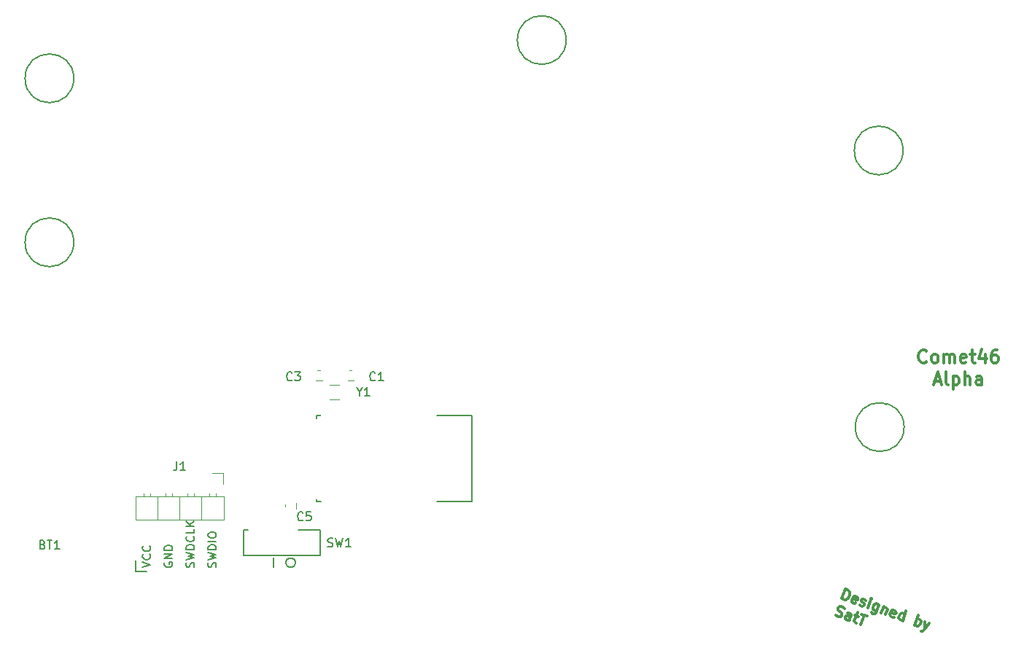
<source format=gto>
G04 #@! TF.FileFunction,Legend,Top*
%FSLAX46Y46*%
G04 Gerber Fmt 4.6, Leading zero omitted, Abs format (unit mm)*
G04 Created by KiCad (PCBNEW 4.0.7) date 06/20/18 00:03:06*
%MOMM*%
%LPD*%
G01*
G04 APERTURE LIST*
%ADD10C,0.100000*%
%ADD11C,0.300000*%
%ADD12C,0.200000*%
%ADD13C,0.120000*%
%ADD14C,0.150000*%
%ADD15R,1.150000X1.600000*%
%ADD16C,2.300000*%
%ADD17C,1.600000*%
%ADD18C,3.000000*%
%ADD19C,2.400000*%
%ADD20C,4.387800*%
%ADD21C,2.101800*%
%ADD22R,1.600000X1.150000*%
%ADD23R,1.400000X2.200000*%
%ADD24O,15.400000X8.900000*%
%ADD25C,2.400000*%
%ADD26C,2.100000*%
%ADD27O,2.100000X2.100000*%
%ADD28R,2.100000X2.100000*%
%ADD29O,1.950000X1.050000*%
%ADD30C,5.400000*%
%ADD31R,1.800000X0.800000*%
%ADD32R,0.800000X1.800000*%
%ADD33C,1.300000*%
%ADD34C,0.900000*%
G04 APERTURE END LIST*
D10*
D11*
X178749936Y-131701162D02*
X179160360Y-130573531D01*
X179428845Y-130671251D01*
X179570390Y-130783579D01*
X179638696Y-130930061D01*
X179653305Y-131056998D01*
X179628826Y-131291330D01*
X179570194Y-131452419D01*
X179438321Y-131647663D01*
X179345536Y-131735512D01*
X179199054Y-131803817D01*
X179018421Y-131798882D01*
X178749936Y-131701162D01*
X180326685Y-132214241D02*
X180199748Y-132228850D01*
X179984961Y-132150674D01*
X179897112Y-132057889D01*
X179882502Y-131930952D01*
X180038855Y-131501378D01*
X180131640Y-131413529D01*
X180258577Y-131398920D01*
X180473364Y-131477096D01*
X180561213Y-131569881D01*
X180575822Y-131696818D01*
X180536734Y-131804211D01*
X179960679Y-131716165D01*
X180809955Y-132390137D02*
X180897805Y-132482922D01*
X181112592Y-132561098D01*
X181239529Y-132546489D01*
X181332314Y-132458640D01*
X181351858Y-132404943D01*
X181337249Y-132278006D01*
X181249400Y-132185221D01*
X181088310Y-132126589D01*
X181000460Y-132033804D01*
X180985851Y-131906867D01*
X181005395Y-131853170D01*
X181098180Y-131765321D01*
X181225118Y-131750712D01*
X181386208Y-131809344D01*
X181474057Y-131902129D01*
X181756953Y-132795626D02*
X182030569Y-132043872D01*
X182167377Y-131667995D02*
X182094136Y-131702148D01*
X182128289Y-131775389D01*
X182201530Y-131741236D01*
X182167377Y-131667995D01*
X182128289Y-131775389D01*
X183050807Y-132415208D02*
X182718559Y-133328053D01*
X182625774Y-133415902D01*
X182552533Y-133450055D01*
X182425597Y-133464664D01*
X182264506Y-133406032D01*
X182176656Y-133313247D01*
X182796735Y-133113266D02*
X182669797Y-133127874D01*
X182455011Y-133049699D01*
X182367161Y-132956914D01*
X182333008Y-132883673D01*
X182318399Y-132756736D01*
X182435663Y-132434556D01*
X182528448Y-132346706D01*
X182601689Y-132312553D01*
X182728627Y-132297944D01*
X182943413Y-132376120D01*
X183031263Y-132468905D01*
X183587774Y-132610648D02*
X183314158Y-133362402D01*
X183548686Y-132718042D02*
X183621927Y-132683889D01*
X183748864Y-132669280D01*
X183909954Y-132727912D01*
X183997804Y-132820697D01*
X184012412Y-132947635D01*
X183797429Y-133538299D01*
X184783513Y-133836394D02*
X184656575Y-133851002D01*
X184441789Y-133772827D01*
X184353939Y-133680042D01*
X184339330Y-133553105D01*
X184495682Y-133123531D01*
X184588467Y-133035681D01*
X184715405Y-133021072D01*
X184930191Y-133099248D01*
X185018041Y-133192033D01*
X185032650Y-133318971D01*
X184993562Y-133426364D01*
X184417506Y-133338317D01*
X185784207Y-134261427D02*
X186194631Y-133133795D01*
X185803751Y-134207730D02*
X185676813Y-134222339D01*
X185462026Y-134144163D01*
X185374177Y-134051378D01*
X185340024Y-133978137D01*
X185325415Y-133851200D01*
X185442679Y-133529020D01*
X185535464Y-133441170D01*
X185608705Y-133407017D01*
X185735642Y-133392409D01*
X185950429Y-133470584D01*
X186038279Y-133563369D01*
X187180321Y-134769571D02*
X187590745Y-133641940D01*
X187434393Y-134071514D02*
X187561331Y-134056905D01*
X187776117Y-134135081D01*
X187863967Y-134227866D01*
X187898120Y-134301107D01*
X187912728Y-134428044D01*
X187795464Y-134750224D01*
X187702680Y-134838073D01*
X187629439Y-134872226D01*
X187502501Y-134886835D01*
X187287715Y-134808659D01*
X187199865Y-134715874D01*
X188366782Y-134350065D02*
X188361649Y-135199539D01*
X188903748Y-134545505D02*
X188361649Y-135199539D01*
X188156535Y-135428934D01*
X188083294Y-135463087D01*
X187956358Y-135477696D01*
X177997542Y-133601276D02*
X178139088Y-133713605D01*
X178407571Y-133811325D01*
X178534509Y-133796716D01*
X178607750Y-133762563D01*
X178700535Y-133674714D01*
X178739623Y-133567321D01*
X178725014Y-133440383D01*
X178690861Y-133367142D01*
X178603011Y-133274358D01*
X178407769Y-133142485D01*
X178319919Y-133049700D01*
X178285766Y-132976459D01*
X178271158Y-132849522D01*
X178310245Y-132742129D01*
X178403030Y-132654279D01*
X178476271Y-132620126D01*
X178603209Y-132605518D01*
X178871692Y-132703238D01*
X179013239Y-132815567D01*
X179588899Y-134241293D02*
X179803883Y-133650629D01*
X179789275Y-133523692D01*
X179701425Y-133430907D01*
X179486638Y-133352731D01*
X179359701Y-133367340D01*
X179608443Y-134187596D02*
X179481506Y-134202205D01*
X179213022Y-134104485D01*
X179125173Y-134011700D01*
X179110564Y-133884763D01*
X179149652Y-133777369D01*
X179242437Y-133689520D01*
X179369374Y-133674911D01*
X179637858Y-133772631D01*
X179764796Y-133758022D01*
X180238393Y-133626347D02*
X180667966Y-133782699D01*
X180536290Y-133309102D02*
X180184498Y-134275643D01*
X180199107Y-134402580D01*
X180286957Y-134495365D01*
X180394350Y-134534453D01*
X181019561Y-133484998D02*
X181663921Y-133719526D01*
X180931317Y-134729893D02*
X181341741Y-133602262D01*
D12*
X114610667Y-126966667D02*
X114877334Y-126966667D01*
X115144001Y-127100000D01*
X115277334Y-127366667D01*
X115277334Y-127633333D01*
X115144001Y-127900000D01*
X114877334Y-128033333D01*
X114610667Y-128033333D01*
X114344001Y-127900000D01*
X114210667Y-127633333D01*
X114210667Y-127366667D01*
X114344001Y-127100000D01*
X114610667Y-126966667D01*
X112744001Y-128028571D02*
X112744001Y-126885714D01*
D11*
X188563715Y-104162714D02*
X188492286Y-104234143D01*
X188278000Y-104305571D01*
X188135143Y-104305571D01*
X187920858Y-104234143D01*
X187778000Y-104091286D01*
X187706572Y-103948429D01*
X187635143Y-103662714D01*
X187635143Y-103448429D01*
X187706572Y-103162714D01*
X187778000Y-103019857D01*
X187920858Y-102877000D01*
X188135143Y-102805571D01*
X188278000Y-102805571D01*
X188492286Y-102877000D01*
X188563715Y-102948429D01*
X189420858Y-104305571D02*
X189278000Y-104234143D01*
X189206572Y-104162714D01*
X189135143Y-104019857D01*
X189135143Y-103591286D01*
X189206572Y-103448429D01*
X189278000Y-103377000D01*
X189420858Y-103305571D01*
X189635143Y-103305571D01*
X189778000Y-103377000D01*
X189849429Y-103448429D01*
X189920858Y-103591286D01*
X189920858Y-104019857D01*
X189849429Y-104162714D01*
X189778000Y-104234143D01*
X189635143Y-104305571D01*
X189420858Y-104305571D01*
X190563715Y-104305571D02*
X190563715Y-103305571D01*
X190563715Y-103448429D02*
X190635143Y-103377000D01*
X190778001Y-103305571D01*
X190992286Y-103305571D01*
X191135143Y-103377000D01*
X191206572Y-103519857D01*
X191206572Y-104305571D01*
X191206572Y-103519857D02*
X191278001Y-103377000D01*
X191420858Y-103305571D01*
X191635143Y-103305571D01*
X191778001Y-103377000D01*
X191849429Y-103519857D01*
X191849429Y-104305571D01*
X193135143Y-104234143D02*
X192992286Y-104305571D01*
X192706572Y-104305571D01*
X192563715Y-104234143D01*
X192492286Y-104091286D01*
X192492286Y-103519857D01*
X192563715Y-103377000D01*
X192706572Y-103305571D01*
X192992286Y-103305571D01*
X193135143Y-103377000D01*
X193206572Y-103519857D01*
X193206572Y-103662714D01*
X192492286Y-103805571D01*
X193635143Y-103305571D02*
X194206572Y-103305571D01*
X193849429Y-102805571D02*
X193849429Y-104091286D01*
X193920857Y-104234143D01*
X194063715Y-104305571D01*
X194206572Y-104305571D01*
X195349429Y-103305571D02*
X195349429Y-104305571D01*
X194992286Y-102734143D02*
X194635143Y-103805571D01*
X195563715Y-103805571D01*
X196778000Y-102805571D02*
X196492286Y-102805571D01*
X196349429Y-102877000D01*
X196278000Y-102948429D01*
X196135143Y-103162714D01*
X196063714Y-103448429D01*
X196063714Y-104019857D01*
X196135143Y-104162714D01*
X196206571Y-104234143D01*
X196349429Y-104305571D01*
X196635143Y-104305571D01*
X196778000Y-104234143D01*
X196849429Y-104162714D01*
X196920857Y-104019857D01*
X196920857Y-103662714D01*
X196849429Y-103519857D01*
X196778000Y-103448429D01*
X196635143Y-103377000D01*
X196349429Y-103377000D01*
X196206571Y-103448429D01*
X196135143Y-103519857D01*
X196063714Y-103662714D01*
X189492286Y-106427000D02*
X190206572Y-106427000D01*
X189349429Y-106855571D02*
X189849429Y-105355571D01*
X190349429Y-106855571D01*
X191063715Y-106855571D02*
X190920857Y-106784143D01*
X190849429Y-106641286D01*
X190849429Y-105355571D01*
X191635143Y-105855571D02*
X191635143Y-107355571D01*
X191635143Y-105927000D02*
X191778000Y-105855571D01*
X192063714Y-105855571D01*
X192206571Y-105927000D01*
X192278000Y-105998429D01*
X192349429Y-106141286D01*
X192349429Y-106569857D01*
X192278000Y-106712714D01*
X192206571Y-106784143D01*
X192063714Y-106855571D01*
X191778000Y-106855571D01*
X191635143Y-106784143D01*
X192992286Y-106855571D02*
X192992286Y-105355571D01*
X193635143Y-106855571D02*
X193635143Y-106069857D01*
X193563714Y-105927000D01*
X193420857Y-105855571D01*
X193206572Y-105855571D01*
X193063714Y-105927000D01*
X192992286Y-105998429D01*
X194992286Y-106855571D02*
X194992286Y-106069857D01*
X194920857Y-105927000D01*
X194778000Y-105855571D01*
X194492286Y-105855571D01*
X194349429Y-105927000D01*
X194992286Y-106784143D02*
X194849429Y-106855571D01*
X194492286Y-106855571D01*
X194349429Y-106784143D01*
X194278000Y-106641286D01*
X194278000Y-106498429D01*
X194349429Y-106355571D01*
X194492286Y-106284143D01*
X194849429Y-106284143D01*
X194992286Y-106212714D01*
D13*
X115344000Y-120554000D02*
X115344000Y-121254000D01*
X114144000Y-121254000D02*
X114144000Y-120554000D01*
X121379500Y-105191000D02*
X122079500Y-105191000D01*
X122079500Y-106391000D02*
X121379500Y-106391000D01*
X118396500Y-106391000D02*
X117696500Y-106391000D01*
X117696500Y-105191000D02*
X118396500Y-105191000D01*
X119213000Y-108571000D02*
X120563000Y-108571000D01*
X119213000Y-106821000D02*
X120563000Y-106821000D01*
D14*
X96774000Y-127279400D02*
X96774000Y-128549400D01*
X96774000Y-128549400D02*
X98044000Y-128549400D01*
D13*
X106994000Y-119829400D02*
X96714000Y-119829400D01*
X96714000Y-119829400D02*
X96714000Y-122489400D01*
X96714000Y-122489400D02*
X106994000Y-122489400D01*
X106994000Y-122489400D02*
X106994000Y-119829400D01*
X106044000Y-119499400D02*
X106044000Y-119829400D01*
X105284000Y-119499400D02*
X105284000Y-119829400D01*
X104394000Y-119829400D02*
X104394000Y-122489400D01*
X103504000Y-119432329D02*
X103504000Y-119829400D01*
X102744000Y-119432329D02*
X102744000Y-119829400D01*
X101854000Y-119829400D02*
X101854000Y-122489400D01*
X100964000Y-119432329D02*
X100964000Y-119829400D01*
X100204000Y-119432329D02*
X100204000Y-119829400D01*
X99314000Y-119829400D02*
X99314000Y-122489400D01*
X98424000Y-119432329D02*
X98424000Y-119829400D01*
X97664000Y-119432329D02*
X97664000Y-119829400D01*
X105664000Y-117119400D02*
X106934000Y-117119400D01*
X106934000Y-117119400D02*
X106934000Y-118389400D01*
D14*
X89569427Y-71247000D02*
G75*
G03X89569427Y-71247000I-2828427J0D01*
G01*
X89569427Y-90297000D02*
G75*
G03X89569427Y-90297000I-2828427J0D01*
G01*
X146719427Y-66802000D02*
G75*
G03X146719427Y-66802000I-2828427J0D01*
G01*
X185835427Y-79629000D02*
G75*
G03X185835427Y-79629000I-2828427J0D01*
G01*
X185962427Y-111760000D02*
G75*
G03X185962427Y-111760000I-2828427J0D01*
G01*
X109319000Y-123700000D02*
X109819000Y-123700000D01*
X109319000Y-126700000D02*
X118169000Y-126700000D01*
X118169000Y-126700000D02*
X118169000Y-123700000D01*
X109319000Y-126700000D02*
X109319000Y-123700000D01*
X115669000Y-123700000D02*
X118169000Y-123700000D01*
X117746000Y-120143000D02*
X117746000Y-120443000D01*
X118246000Y-110443000D02*
X117746000Y-110443000D01*
X117746000Y-120443000D02*
X118246000Y-120443000D01*
X135746000Y-110443000D02*
X131746000Y-110443000D01*
X117746000Y-110443000D02*
X117746000Y-110743000D01*
X131746000Y-120443000D02*
X135746000Y-120443000D01*
X135746000Y-120443000D02*
X135746000Y-110443000D01*
X116165334Y-122531143D02*
X116117715Y-122578762D01*
X115974858Y-122626381D01*
X115879620Y-122626381D01*
X115736762Y-122578762D01*
X115641524Y-122483524D01*
X115593905Y-122388286D01*
X115546286Y-122197810D01*
X115546286Y-122054952D01*
X115593905Y-121864476D01*
X115641524Y-121769238D01*
X115736762Y-121674000D01*
X115879620Y-121626381D01*
X115974858Y-121626381D01*
X116117715Y-121674000D01*
X116165334Y-121721619D01*
X117070096Y-121626381D02*
X116593905Y-121626381D01*
X116546286Y-122102571D01*
X116593905Y-122054952D01*
X116689143Y-122007333D01*
X116927239Y-122007333D01*
X117022477Y-122054952D01*
X117070096Y-122102571D01*
X117117715Y-122197810D01*
X117117715Y-122435905D01*
X117070096Y-122531143D01*
X117022477Y-122578762D01*
X116927239Y-122626381D01*
X116689143Y-122626381D01*
X116593905Y-122578762D01*
X116546286Y-122531143D01*
X124547334Y-106275143D02*
X124499715Y-106322762D01*
X124356858Y-106370381D01*
X124261620Y-106370381D01*
X124118762Y-106322762D01*
X124023524Y-106227524D01*
X123975905Y-106132286D01*
X123928286Y-105941810D01*
X123928286Y-105798952D01*
X123975905Y-105608476D01*
X124023524Y-105513238D01*
X124118762Y-105418000D01*
X124261620Y-105370381D01*
X124356858Y-105370381D01*
X124499715Y-105418000D01*
X124547334Y-105465619D01*
X125499715Y-106370381D02*
X124928286Y-106370381D01*
X125214000Y-106370381D02*
X125214000Y-105370381D01*
X125118762Y-105513238D01*
X125023524Y-105608476D01*
X124928286Y-105656095D01*
X114895334Y-106275143D02*
X114847715Y-106322762D01*
X114704858Y-106370381D01*
X114609620Y-106370381D01*
X114466762Y-106322762D01*
X114371524Y-106227524D01*
X114323905Y-106132286D01*
X114276286Y-105941810D01*
X114276286Y-105798952D01*
X114323905Y-105608476D01*
X114371524Y-105513238D01*
X114466762Y-105418000D01*
X114609620Y-105370381D01*
X114704858Y-105370381D01*
X114847715Y-105418000D01*
X114895334Y-105465619D01*
X115228667Y-105370381D02*
X115847715Y-105370381D01*
X115514381Y-105751333D01*
X115657239Y-105751333D01*
X115752477Y-105798952D01*
X115800096Y-105846571D01*
X115847715Y-105941810D01*
X115847715Y-106179905D01*
X115800096Y-106275143D01*
X115752477Y-106322762D01*
X115657239Y-106370381D01*
X115371524Y-106370381D01*
X115276286Y-106322762D01*
X115228667Y-106275143D01*
X122713809Y-107672190D02*
X122713809Y-108148381D01*
X122380476Y-107148381D02*
X122713809Y-107672190D01*
X123047143Y-107148381D01*
X123904286Y-108148381D02*
X123332857Y-108148381D01*
X123618571Y-108148381D02*
X123618571Y-107148381D01*
X123523333Y-107291238D01*
X123428095Y-107386476D01*
X123332857Y-107434095D01*
X85955286Y-125404571D02*
X86098143Y-125452190D01*
X86145762Y-125499810D01*
X86193381Y-125595048D01*
X86193381Y-125737905D01*
X86145762Y-125833143D01*
X86098143Y-125880762D01*
X86002905Y-125928381D01*
X85621952Y-125928381D01*
X85621952Y-124928381D01*
X85955286Y-124928381D01*
X86050524Y-124976000D01*
X86098143Y-125023619D01*
X86145762Y-125118857D01*
X86145762Y-125214095D01*
X86098143Y-125309333D01*
X86050524Y-125356952D01*
X85955286Y-125404571D01*
X85621952Y-125404571D01*
X86479095Y-124928381D02*
X87050524Y-124928381D01*
X86764809Y-125928381D02*
X86764809Y-124928381D01*
X87907667Y-125928381D02*
X87336238Y-125928381D01*
X87621952Y-125928381D02*
X87621952Y-124928381D01*
X87526714Y-125071238D01*
X87431476Y-125166476D01*
X87336238Y-125214095D01*
X101520667Y-115784381D02*
X101520667Y-116498667D01*
X101473047Y-116641524D01*
X101377809Y-116736762D01*
X101234952Y-116784381D01*
X101139714Y-116784381D01*
X102520667Y-116784381D02*
X101949238Y-116784381D01*
X102234952Y-116784381D02*
X102234952Y-115784381D01*
X102139714Y-115927238D01*
X102044476Y-116022476D01*
X101949238Y-116070095D01*
X103514676Y-128040190D02*
X103560638Y-127902305D01*
X103560638Y-127672495D01*
X103514676Y-127580571D01*
X103468714Y-127534609D01*
X103376790Y-127488648D01*
X103284867Y-127488648D01*
X103192943Y-127534609D01*
X103146981Y-127580571D01*
X103101019Y-127672495D01*
X103055057Y-127856343D01*
X103009095Y-127948267D01*
X102963133Y-127994228D01*
X102871210Y-128040190D01*
X102779286Y-128040190D01*
X102687362Y-127994228D01*
X102641400Y-127948267D01*
X102595438Y-127856343D01*
X102595438Y-127626533D01*
X102641400Y-127488648D01*
X102595438Y-127166914D02*
X103560638Y-126937105D01*
X102871210Y-126753257D01*
X103560638Y-126569410D01*
X102595438Y-126339600D01*
X103560638Y-125971904D02*
X102595438Y-125971904D01*
X102595438Y-125742095D01*
X102641400Y-125604209D01*
X102733324Y-125512285D01*
X102825248Y-125466324D01*
X103009095Y-125420362D01*
X103146981Y-125420362D01*
X103330829Y-125466324D01*
X103422752Y-125512285D01*
X103514676Y-125604209D01*
X103560638Y-125742095D01*
X103560638Y-125971904D01*
X103468714Y-124455162D02*
X103514676Y-124501124D01*
X103560638Y-124639009D01*
X103560638Y-124730933D01*
X103514676Y-124868819D01*
X103422752Y-124960743D01*
X103330829Y-125006704D01*
X103146981Y-125052666D01*
X103009095Y-125052666D01*
X102825248Y-125006704D01*
X102733324Y-124960743D01*
X102641400Y-124868819D01*
X102595438Y-124730933D01*
X102595438Y-124639009D01*
X102641400Y-124501124D01*
X102687362Y-124455162D01*
X103560638Y-123581885D02*
X103560638Y-124041504D01*
X102595438Y-124041504D01*
X103560638Y-123260152D02*
X102595438Y-123260152D01*
X103560638Y-122708610D02*
X103009095Y-123122267D01*
X102595438Y-122708610D02*
X103146981Y-123260152D01*
X106054676Y-128054704D02*
X106100638Y-127916819D01*
X106100638Y-127687009D01*
X106054676Y-127595085D01*
X106008714Y-127549123D01*
X105916790Y-127503162D01*
X105824867Y-127503162D01*
X105732943Y-127549123D01*
X105686981Y-127595085D01*
X105641019Y-127687009D01*
X105595057Y-127870857D01*
X105549095Y-127962781D01*
X105503133Y-128008742D01*
X105411210Y-128054704D01*
X105319286Y-128054704D01*
X105227362Y-128008742D01*
X105181400Y-127962781D01*
X105135438Y-127870857D01*
X105135438Y-127641047D01*
X105181400Y-127503162D01*
X105135438Y-127181428D02*
X106100638Y-126951619D01*
X105411210Y-126767771D01*
X106100638Y-126583924D01*
X105135438Y-126354114D01*
X106100638Y-125986418D02*
X105135438Y-125986418D01*
X105135438Y-125756609D01*
X105181400Y-125618723D01*
X105273324Y-125526799D01*
X105365248Y-125480838D01*
X105549095Y-125434876D01*
X105686981Y-125434876D01*
X105870829Y-125480838D01*
X105962752Y-125526799D01*
X106054676Y-125618723D01*
X106100638Y-125756609D01*
X106100638Y-125986418D01*
X106100638Y-125021218D02*
X105135438Y-125021218D01*
X105135438Y-124377752D02*
X105135438Y-124193904D01*
X105181400Y-124101980D01*
X105273324Y-124010057D01*
X105457171Y-123964095D01*
X105778905Y-123964095D01*
X105962752Y-124010057D01*
X106054676Y-124101980D01*
X106100638Y-124193904D01*
X106100638Y-124377752D01*
X106054676Y-124469676D01*
X105962752Y-124561599D01*
X105778905Y-124607561D01*
X105457171Y-124607561D01*
X105273324Y-124561599D01*
X105181400Y-124469676D01*
X105135438Y-124377752D01*
X100101400Y-127506791D02*
X100055438Y-127598714D01*
X100055438Y-127736600D01*
X100101400Y-127874486D01*
X100193324Y-127966410D01*
X100285248Y-128012371D01*
X100469095Y-128058333D01*
X100606981Y-128058333D01*
X100790829Y-128012371D01*
X100882752Y-127966410D01*
X100974676Y-127874486D01*
X101020638Y-127736600D01*
X101020638Y-127644676D01*
X100974676Y-127506791D01*
X100928714Y-127460829D01*
X100606981Y-127460829D01*
X100606981Y-127644676D01*
X101020638Y-127047171D02*
X100055438Y-127047171D01*
X101020638Y-126495629D01*
X100055438Y-126495629D01*
X101020638Y-126036009D02*
X100055438Y-126036009D01*
X100055438Y-125806200D01*
X100101400Y-125668314D01*
X100193324Y-125576390D01*
X100285248Y-125530429D01*
X100469095Y-125484467D01*
X100606981Y-125484467D01*
X100790829Y-125530429D01*
X100882752Y-125576390D01*
X100974676Y-125668314D01*
X101020638Y-125806200D01*
X101020638Y-126036009D01*
X97515438Y-128058333D02*
X98480638Y-127736600D01*
X97515438Y-127414867D01*
X98388714Y-126541591D02*
X98434676Y-126587553D01*
X98480638Y-126725438D01*
X98480638Y-126817362D01*
X98434676Y-126955248D01*
X98342752Y-127047172D01*
X98250829Y-127093133D01*
X98066981Y-127139095D01*
X97929095Y-127139095D01*
X97745248Y-127093133D01*
X97653324Y-127047172D01*
X97561400Y-126955248D01*
X97515438Y-126817362D01*
X97515438Y-126725438D01*
X97561400Y-126587553D01*
X97607362Y-126541591D01*
X98388714Y-125576391D02*
X98434676Y-125622353D01*
X98480638Y-125760238D01*
X98480638Y-125852162D01*
X98434676Y-125990048D01*
X98342752Y-126081972D01*
X98250829Y-126127933D01*
X98066981Y-126173895D01*
X97929095Y-126173895D01*
X97745248Y-126127933D01*
X97653324Y-126081972D01*
X97561400Y-125990048D01*
X97515438Y-125852162D01*
X97515438Y-125760238D01*
X97561400Y-125622353D01*
X97607362Y-125576391D01*
X85979095Y-68699381D02*
X85979095Y-69508905D01*
X86026714Y-69604143D01*
X86074333Y-69651762D01*
X86169571Y-69699381D01*
X86360048Y-69699381D01*
X86455286Y-69651762D01*
X86502905Y-69604143D01*
X86550524Y-69508905D01*
X86550524Y-68699381D01*
X86931476Y-68699381D02*
X87550524Y-68699381D01*
X87217190Y-69080333D01*
X87360048Y-69080333D01*
X87455286Y-69127952D01*
X87502905Y-69175571D01*
X87550524Y-69270810D01*
X87550524Y-69508905D01*
X87502905Y-69604143D01*
X87455286Y-69651762D01*
X87360048Y-69699381D01*
X87074333Y-69699381D01*
X86979095Y-69651762D01*
X86931476Y-69604143D01*
X85979095Y-87749381D02*
X85979095Y-88558905D01*
X86026714Y-88654143D01*
X86074333Y-88701762D01*
X86169571Y-88749381D01*
X86360048Y-88749381D01*
X86455286Y-88701762D01*
X86502905Y-88654143D01*
X86550524Y-88558905D01*
X86550524Y-87749381D01*
X87455286Y-88082714D02*
X87455286Y-88749381D01*
X87217190Y-87701762D02*
X86979095Y-88416048D01*
X87598143Y-88416048D01*
X143129095Y-64254381D02*
X143129095Y-65063905D01*
X143176714Y-65159143D01*
X143224333Y-65206762D01*
X143319571Y-65254381D01*
X143510048Y-65254381D01*
X143605286Y-65206762D01*
X143652905Y-65159143D01*
X143700524Y-65063905D01*
X143700524Y-64254381D01*
X144652905Y-64254381D02*
X144176714Y-64254381D01*
X144129095Y-64730571D01*
X144176714Y-64682952D01*
X144271952Y-64635333D01*
X144510048Y-64635333D01*
X144605286Y-64682952D01*
X144652905Y-64730571D01*
X144700524Y-64825810D01*
X144700524Y-65063905D01*
X144652905Y-65159143D01*
X144605286Y-65206762D01*
X144510048Y-65254381D01*
X144271952Y-65254381D01*
X144176714Y-65206762D01*
X144129095Y-65159143D01*
X182245095Y-77081381D02*
X182245095Y-77890905D01*
X182292714Y-77986143D01*
X182340333Y-78033762D01*
X182435571Y-78081381D01*
X182626048Y-78081381D01*
X182721286Y-78033762D01*
X182768905Y-77986143D01*
X182816524Y-77890905D01*
X182816524Y-77081381D01*
X183721286Y-77081381D02*
X183530809Y-77081381D01*
X183435571Y-77129000D01*
X183387952Y-77176619D01*
X183292714Y-77319476D01*
X183245095Y-77509952D01*
X183245095Y-77890905D01*
X183292714Y-77986143D01*
X183340333Y-78033762D01*
X183435571Y-78081381D01*
X183626048Y-78081381D01*
X183721286Y-78033762D01*
X183768905Y-77986143D01*
X183816524Y-77890905D01*
X183816524Y-77652810D01*
X183768905Y-77557571D01*
X183721286Y-77509952D01*
X183626048Y-77462333D01*
X183435571Y-77462333D01*
X183340333Y-77509952D01*
X183292714Y-77557571D01*
X183245095Y-77652810D01*
X182372095Y-109212381D02*
X182372095Y-110021905D01*
X182419714Y-110117143D01*
X182467333Y-110164762D01*
X182562571Y-110212381D01*
X182753048Y-110212381D01*
X182848286Y-110164762D01*
X182895905Y-110117143D01*
X182943524Y-110021905D01*
X182943524Y-109212381D01*
X183324476Y-109212381D02*
X183991143Y-109212381D01*
X183562571Y-110212381D01*
X119062667Y-125626762D02*
X119205524Y-125674381D01*
X119443620Y-125674381D01*
X119538858Y-125626762D01*
X119586477Y-125579143D01*
X119634096Y-125483905D01*
X119634096Y-125388667D01*
X119586477Y-125293429D01*
X119538858Y-125245810D01*
X119443620Y-125198190D01*
X119253143Y-125150571D01*
X119157905Y-125102952D01*
X119110286Y-125055333D01*
X119062667Y-124960095D01*
X119062667Y-124864857D01*
X119110286Y-124769619D01*
X119157905Y-124722000D01*
X119253143Y-124674381D01*
X119491239Y-124674381D01*
X119634096Y-124722000D01*
X119967429Y-124674381D02*
X120205524Y-125674381D01*
X120396001Y-124960095D01*
X120586477Y-125674381D01*
X120824572Y-124674381D01*
X121729334Y-125674381D02*
X121157905Y-125674381D01*
X121443619Y-125674381D02*
X121443619Y-124674381D01*
X121348381Y-124817238D01*
X121253143Y-124912476D01*
X121157905Y-124960095D01*
%LPC*%
D15*
X114744000Y-119954000D03*
X114744000Y-121843800D03*
D16*
X128866000Y-92710000D03*
X139866000Y-92710000D03*
D17*
X129146000Y-88510000D03*
X139586000Y-88510000D03*
D18*
X139366000Y-96510000D03*
X129366000Y-96510000D03*
X134366000Y-98610000D03*
D19*
X131629371Y-88001206D02*
X130752629Y-89798794D01*
D18*
X138176000Y-90170000D03*
X136906000Y-87630000D03*
X131826000Y-87630000D03*
D20*
X134366000Y-92710000D03*
D21*
X129286000Y-92710000D03*
X139446000Y-92710000D03*
D18*
X130556000Y-90170000D03*
D19*
X137102629Y-88001206D02*
X137979371Y-89798794D01*
D16*
X128866000Y-54610000D03*
X139866000Y-54610000D03*
D17*
X129146000Y-50410000D03*
X139586000Y-50410000D03*
D18*
X139366000Y-58410000D03*
X129366000Y-58410000D03*
X134366000Y-60510000D03*
D19*
X131629371Y-49901206D02*
X130752629Y-51698794D01*
D18*
X138176000Y-52070000D03*
X136906000Y-49530000D03*
X131826000Y-49530000D03*
D20*
X134366000Y-54610000D03*
D21*
X129286000Y-54610000D03*
X139446000Y-54610000D03*
D18*
X130556000Y-52070000D03*
D19*
X137102629Y-49901206D02*
X137979371Y-51698794D01*
D16*
X109816000Y-56997600D03*
X120816000Y-56997600D03*
D17*
X110096000Y-52797600D03*
X120536000Y-52797600D03*
D18*
X120316000Y-60797600D03*
X110316000Y-60797600D03*
X115316000Y-62897600D03*
D19*
X112579371Y-52288806D02*
X111702629Y-54086394D01*
D18*
X119126000Y-54457600D03*
X117856000Y-51917600D03*
X112776000Y-51917600D03*
D20*
X115316000Y-56997600D03*
D21*
X110236000Y-56997600D03*
X120396000Y-56997600D03*
D18*
X111506000Y-54457600D03*
D19*
X118052629Y-52288806D02*
X118929371Y-54086394D01*
D16*
X71716000Y-61747400D03*
X82716000Y-61747400D03*
D17*
X71996000Y-57547400D03*
X82436000Y-57547400D03*
D18*
X82216000Y-65547400D03*
X72216000Y-65547400D03*
X77216000Y-67647400D03*
D19*
X74479371Y-57038606D02*
X73602629Y-58836194D01*
D18*
X81026000Y-59207400D03*
X79756000Y-56667400D03*
X74676000Y-56667400D03*
D20*
X77216000Y-61747400D03*
D21*
X72136000Y-61747400D03*
X82296000Y-61747400D03*
D18*
X73406000Y-59207400D03*
D19*
X79952629Y-57038606D02*
X80829371Y-58836194D01*
D16*
X90766000Y-99847400D03*
X101766000Y-99847400D03*
D17*
X91046000Y-95647400D03*
X101486000Y-95647400D03*
D18*
X101266000Y-103647400D03*
X91266000Y-103647400D03*
X96266000Y-105747400D03*
D19*
X93529371Y-95138606D02*
X92652629Y-96936194D01*
D18*
X100076000Y-97307400D03*
X98806000Y-94767400D03*
X93726000Y-94767400D03*
D20*
X96266000Y-99847400D03*
D21*
X91186000Y-99847400D03*
X101346000Y-99847400D03*
D18*
X92456000Y-97307400D03*
D19*
X99002629Y-95138606D02*
X99879371Y-96936194D01*
D16*
X139554929Y-119002243D03*
X150513071Y-119960957D03*
D17*
X140199918Y-114842629D03*
X150600190Y-115752535D03*
D18*
X149683782Y-123702919D03*
X139721835Y-122831361D03*
X144519781Y-125359149D03*
D19*
X142718183Y-114552212D02*
X141688107Y-116266546D01*
D18*
X149050877Y-117283329D03*
X148007086Y-114642307D03*
X142946417Y-114199555D03*
D20*
X145034000Y-119481600D03*
D21*
X139973331Y-119038849D03*
X150094669Y-119924351D03*
D18*
X141459874Y-116619202D03*
D19*
X148170614Y-115029238D02*
X148887350Y-116896398D01*
D22*
X120779500Y-105791000D03*
X122679500Y-105791000D03*
X118996500Y-105791000D03*
X117096500Y-105791000D03*
D23*
X121138000Y-107696000D03*
X118638000Y-107696000D03*
D16*
X185316889Y-129120309D03*
X189079111Y-118783691D03*
D17*
X181465946Y-127420711D03*
X185036636Y-117610320D03*
D18*
X192478933Y-120553213D03*
X189058731Y-129950140D03*
X192742186Y-125969919D03*
D19*
X181837199Y-124913087D02*
X183226515Y-126351767D01*
D18*
X186114277Y-119503040D03*
X183293093Y-119827718D03*
X181555630Y-124601357D03*
D20*
X187198000Y-123952000D03*
D21*
X185460538Y-128725639D03*
X188935462Y-119178361D03*
D18*
X183508084Y-126663498D03*
D19*
X183709163Y-119769907D02*
X185698207Y-119560851D01*
D16*
X160238372Y-121440782D03*
X170977628Y-123821618D03*
D17*
X161420781Y-117400942D03*
X171613312Y-119660572D03*
D18*
X169667010Y-127423323D03*
X159904049Y-125258927D03*
X164331006Y-128391346D03*
D19*
X163955410Y-117441708D02*
X162710380Y-119006924D01*
D18*
X169877444Y-120976043D03*
X169187305Y-118221373D03*
X164227721Y-117121860D03*
D20*
X165608000Y-122631200D03*
D21*
X160648416Y-121531687D03*
X170567584Y-123730713D03*
D18*
X162438069Y-119326773D03*
D19*
X169298930Y-118626338D02*
X169765820Y-120571078D01*
D16*
X186016000Y-90322400D03*
X197016000Y-90322400D03*
D17*
X186296000Y-86122400D03*
X196736000Y-86122400D03*
D18*
X196516000Y-94122400D03*
X186516000Y-94122400D03*
X191516000Y-96222400D03*
D19*
X188779371Y-85613606D02*
X187902629Y-87411194D01*
D18*
X195326000Y-87782400D03*
X194056000Y-85242400D03*
X188976000Y-85242400D03*
D20*
X191516000Y-90322400D03*
D21*
X186436000Y-90322400D03*
X196596000Y-90322400D03*
D18*
X187706000Y-87782400D03*
D19*
X194252629Y-85613606D02*
X195129371Y-87411194D01*
D16*
X186016000Y-71272400D03*
X197016000Y-71272400D03*
D17*
X186296000Y-67072400D03*
X196736000Y-67072400D03*
D18*
X196516000Y-75072400D03*
X186516000Y-75072400D03*
X191516000Y-77172400D03*
D19*
X188779371Y-66563606D02*
X187902629Y-68361194D01*
D18*
X195326000Y-68732400D03*
X194056000Y-66192400D03*
X188976000Y-66192400D03*
D20*
X191516000Y-71272400D03*
D21*
X186436000Y-71272400D03*
X196596000Y-71272400D03*
D18*
X187706000Y-68732400D03*
D19*
X194252629Y-66563606D02*
X195129371Y-68361194D01*
D16*
X166966000Y-99847400D03*
X177966000Y-99847400D03*
D17*
X167246000Y-95647400D03*
X177686000Y-95647400D03*
D18*
X177466000Y-103647400D03*
X167466000Y-103647400D03*
X172466000Y-105747400D03*
D19*
X169729371Y-95138606D02*
X168852629Y-96936194D01*
D18*
X176276000Y-97307400D03*
X175006000Y-94767400D03*
X169926000Y-94767400D03*
D20*
X172466000Y-99847400D03*
D21*
X167386000Y-99847400D03*
X177546000Y-99847400D03*
D18*
X168656000Y-97307400D03*
D19*
X175202629Y-95138606D02*
X176079371Y-96936194D01*
D16*
X166966000Y-80797400D03*
X177966000Y-80797400D03*
D17*
X167246000Y-76597400D03*
X177686000Y-76597400D03*
D18*
X177466000Y-84597400D03*
X167466000Y-84597400D03*
X172466000Y-86697400D03*
D19*
X169729371Y-76088606D02*
X168852629Y-77886194D01*
D18*
X176276000Y-78257400D03*
X175006000Y-75717400D03*
X169926000Y-75717400D03*
D20*
X172466000Y-80797400D03*
D21*
X167386000Y-80797400D03*
X177546000Y-80797400D03*
D18*
X168656000Y-78257400D03*
D19*
X175202629Y-76088606D02*
X176079371Y-77886194D01*
D16*
X166966000Y-61747400D03*
X177966000Y-61747400D03*
D17*
X167246000Y-57547400D03*
X177686000Y-57547400D03*
D18*
X177466000Y-65547400D03*
X167466000Y-65547400D03*
X172466000Y-67647400D03*
D19*
X169729371Y-57038606D02*
X168852629Y-58836194D01*
D18*
X176276000Y-59207400D03*
X175006000Y-56667400D03*
X169926000Y-56667400D03*
D20*
X172466000Y-61747400D03*
D21*
X167386000Y-61747400D03*
X177546000Y-61747400D03*
D18*
X168656000Y-59207400D03*
D19*
X175202629Y-57038606D02*
X176079371Y-58836194D01*
D16*
X147916000Y-97485200D03*
X158916000Y-97485200D03*
D17*
X148196000Y-93285200D03*
X158636000Y-93285200D03*
D18*
X158416000Y-101285200D03*
X148416000Y-101285200D03*
X153416000Y-103385200D03*
D19*
X150679371Y-92776406D02*
X149802629Y-94573994D01*
D18*
X157226000Y-94945200D03*
X155956000Y-92405200D03*
X150876000Y-92405200D03*
D20*
X153416000Y-97485200D03*
D21*
X148336000Y-97485200D03*
X158496000Y-97485200D03*
D18*
X149606000Y-94945200D03*
D19*
X156152629Y-92776406D02*
X157029371Y-94573994D01*
D16*
X147916000Y-78435200D03*
X158916000Y-78435200D03*
D17*
X148196000Y-74235200D03*
X158636000Y-74235200D03*
D18*
X158416000Y-82235200D03*
X148416000Y-82235200D03*
X153416000Y-84335200D03*
D19*
X150679371Y-73726406D02*
X149802629Y-75523994D01*
D18*
X157226000Y-75895200D03*
X155956000Y-73355200D03*
X150876000Y-73355200D03*
D20*
X153416000Y-78435200D03*
D21*
X148336000Y-78435200D03*
X158496000Y-78435200D03*
D18*
X149606000Y-75895200D03*
D19*
X156152629Y-73726406D02*
X157029371Y-75523994D01*
D16*
X147916000Y-59385200D03*
X158916000Y-59385200D03*
D17*
X148196000Y-55185200D03*
X158636000Y-55185200D03*
D18*
X158416000Y-63185200D03*
X148416000Y-63185200D03*
X153416000Y-65285200D03*
D19*
X150679371Y-54676406D02*
X149802629Y-56473994D01*
D18*
X157226000Y-56845200D03*
X155956000Y-54305200D03*
X150876000Y-54305200D03*
D20*
X153416000Y-59385200D03*
D21*
X148336000Y-59385200D03*
X158496000Y-59385200D03*
D18*
X149606000Y-56845200D03*
D19*
X156152629Y-54676406D02*
X157029371Y-56473994D01*
D16*
X128866000Y-73660000D03*
X139866000Y-73660000D03*
D17*
X129146000Y-69460000D03*
X139586000Y-69460000D03*
D18*
X139366000Y-77460000D03*
X129366000Y-77460000D03*
X134366000Y-79560000D03*
D19*
X131629371Y-68951206D02*
X130752629Y-70748794D01*
D18*
X138176000Y-71120000D03*
X136906000Y-68580000D03*
X131826000Y-68580000D03*
D20*
X134366000Y-73660000D03*
D21*
X129286000Y-73660000D03*
X139446000Y-73660000D03*
D18*
X130556000Y-71120000D03*
D19*
X137102629Y-68951206D02*
X137979371Y-70748794D01*
D16*
X109816000Y-95097600D03*
X120816000Y-95097600D03*
D17*
X110096000Y-90897600D03*
X120536000Y-90897600D03*
D18*
X120316000Y-98897600D03*
X110316000Y-98897600D03*
X115316000Y-100997600D03*
D19*
X112579371Y-90388806D02*
X111702629Y-92186394D01*
D18*
X119126000Y-92557600D03*
X117856000Y-90017600D03*
X112776000Y-90017600D03*
D20*
X115316000Y-95097600D03*
D21*
X110236000Y-95097600D03*
X120396000Y-95097600D03*
D18*
X111506000Y-92557600D03*
D19*
X118052629Y-90388806D02*
X118929371Y-92186394D01*
D16*
X109816000Y-76047600D03*
X120816000Y-76047600D03*
D17*
X110096000Y-71847600D03*
X120536000Y-71847600D03*
D18*
X120316000Y-79847600D03*
X110316000Y-79847600D03*
X115316000Y-81947600D03*
D19*
X112579371Y-71338806D02*
X111702629Y-73136394D01*
D18*
X119126000Y-73507600D03*
X117856000Y-70967600D03*
X112776000Y-70967600D03*
D20*
X115316000Y-76047600D03*
D21*
X110236000Y-76047600D03*
X120396000Y-76047600D03*
D18*
X111506000Y-73507600D03*
D19*
X118052629Y-71338806D02*
X118929371Y-73136394D01*
D16*
X90766000Y-80797400D03*
X101766000Y-80797400D03*
D17*
X91046000Y-76597400D03*
X101486000Y-76597400D03*
D18*
X101266000Y-84597400D03*
X91266000Y-84597400D03*
X96266000Y-86697400D03*
D19*
X93529371Y-76088606D02*
X92652629Y-77886194D01*
D18*
X100076000Y-78257400D03*
X98806000Y-75717400D03*
X93726000Y-75717400D03*
D20*
X96266000Y-80797400D03*
D21*
X91186000Y-80797400D03*
X101346000Y-80797400D03*
D18*
X92456000Y-78257400D03*
D19*
X99002629Y-76088606D02*
X99879371Y-77886194D01*
D16*
X90766000Y-61747400D03*
X101766000Y-61747400D03*
D17*
X91046000Y-57547400D03*
X101486000Y-57547400D03*
D18*
X101266000Y-65547400D03*
X91266000Y-65547400D03*
X96266000Y-67647400D03*
D19*
X93529371Y-57038606D02*
X92652629Y-58836194D01*
D18*
X100076000Y-59207400D03*
X98806000Y-56667400D03*
X93726000Y-56667400D03*
D20*
X96266000Y-61747400D03*
D21*
X91186000Y-61747400D03*
X101346000Y-61747400D03*
D18*
X92456000Y-59207400D03*
D19*
X99002629Y-57038606D02*
X99879371Y-58836194D01*
D16*
X71716000Y-99847400D03*
X82716000Y-99847400D03*
D17*
X71996000Y-95647400D03*
X82436000Y-95647400D03*
D18*
X82216000Y-103647400D03*
X72216000Y-103647400D03*
X77216000Y-105747400D03*
D19*
X74479371Y-95138606D02*
X73602629Y-96936194D01*
D18*
X81026000Y-97307400D03*
X79756000Y-94767400D03*
X74676000Y-94767400D03*
D20*
X77216000Y-99847400D03*
D21*
X72136000Y-99847400D03*
X82296000Y-99847400D03*
D18*
X73406000Y-97307400D03*
D19*
X79952629Y-95138606D02*
X80829371Y-96936194D01*
D16*
X71716000Y-80797400D03*
X82716000Y-80797400D03*
D17*
X71996000Y-76597400D03*
X82436000Y-76597400D03*
D18*
X82216000Y-84597400D03*
X72216000Y-84597400D03*
X77216000Y-86697400D03*
D19*
X74479371Y-76088606D02*
X73602629Y-77886194D01*
D18*
X81026000Y-78257400D03*
X79756000Y-75717400D03*
X74676000Y-75717400D03*
D20*
X77216000Y-80797400D03*
D21*
X72136000Y-80797400D03*
X82296000Y-80797400D03*
D18*
X73406000Y-78257400D03*
D19*
X79952629Y-76088606D02*
X80829371Y-77886194D01*
D24*
X86741000Y-117856000D03*
D25*
X94519000Y-125634000D03*
D26*
X105664000Y-118389400D03*
D27*
X103124000Y-118389400D03*
X100584000Y-118389400D03*
D28*
X98044000Y-118389400D03*
D29*
X109927000Y-120904000D03*
X112577000Y-119954000D03*
X112577000Y-121854000D03*
D30*
X86741000Y-71247000D03*
X86741000Y-90297000D03*
X143891000Y-66802000D03*
X183007000Y-79629000D03*
X183134000Y-111760000D03*
D17*
X110744000Y-124500000D03*
X114744000Y-124500000D03*
X112744000Y-124500000D03*
D31*
X118146000Y-112643000D03*
D32*
X130746000Y-110843000D03*
X130046000Y-110843000D03*
X125846000Y-110843000D03*
X125146000Y-110843000D03*
X124446000Y-110843000D03*
X123746000Y-110843000D03*
X123046000Y-110843000D03*
X122346000Y-110843000D03*
X121646000Y-110843000D03*
X120946000Y-110843000D03*
X120246000Y-110843000D03*
X119546000Y-110843000D03*
D31*
X118146000Y-111243000D03*
X118146000Y-111943000D03*
X118146000Y-113343000D03*
X118146000Y-114043000D03*
X118146000Y-114743000D03*
X118146000Y-115443000D03*
X118146000Y-116143000D03*
X118146000Y-116843000D03*
X118146000Y-117543000D03*
X118146000Y-118243000D03*
X118146000Y-118943000D03*
X118146000Y-119643000D03*
D32*
X119546000Y-120043000D03*
X120246000Y-120043000D03*
X120946000Y-120043000D03*
X121646000Y-120043000D03*
X122346000Y-120043000D03*
X123046000Y-120043000D03*
X123746000Y-120043000D03*
X124446000Y-120043000D03*
X125146000Y-120043000D03*
X125846000Y-120043000D03*
X126546000Y-120043000D03*
X127246000Y-120043000D03*
X127946000Y-120043000D03*
X128646000Y-120043000D03*
X129346000Y-120043000D03*
X130046000Y-120043000D03*
X130746000Y-120043000D03*
D33*
X130750000Y-112390000D03*
X122834400Y-114909600D03*
X130750000Y-121760000D03*
X117740000Y-121290000D03*
X114750000Y-118650000D03*
X115824000Y-111252000D03*
D34*
X125850000Y-115340000D03*
X125840000Y-109490000D03*
X126560000Y-115900000D03*
X126550000Y-109490000D03*
X119496000Y-116148000D03*
X119496000Y-113338000D03*
X125150000Y-112200000D03*
X119496000Y-116848000D03*
X118710000Y-110440000D03*
X127250000Y-115350000D03*
X119496000Y-117548000D03*
X120250000Y-112100000D03*
X122346000Y-118698000D03*
X119496000Y-115448000D03*
X122346000Y-112198000D03*
X127950000Y-115900000D03*
X119496000Y-114038000D03*
X123050000Y-112200000D03*
X128650000Y-115350000D03*
X125146000Y-118698000D03*
X119496000Y-114748000D03*
X123750000Y-112200000D03*
X129350000Y-115900000D03*
X124446000Y-118698000D03*
X124450000Y-112200000D03*
X123046000Y-118698000D03*
X123746000Y-118698000D03*
M02*

</source>
